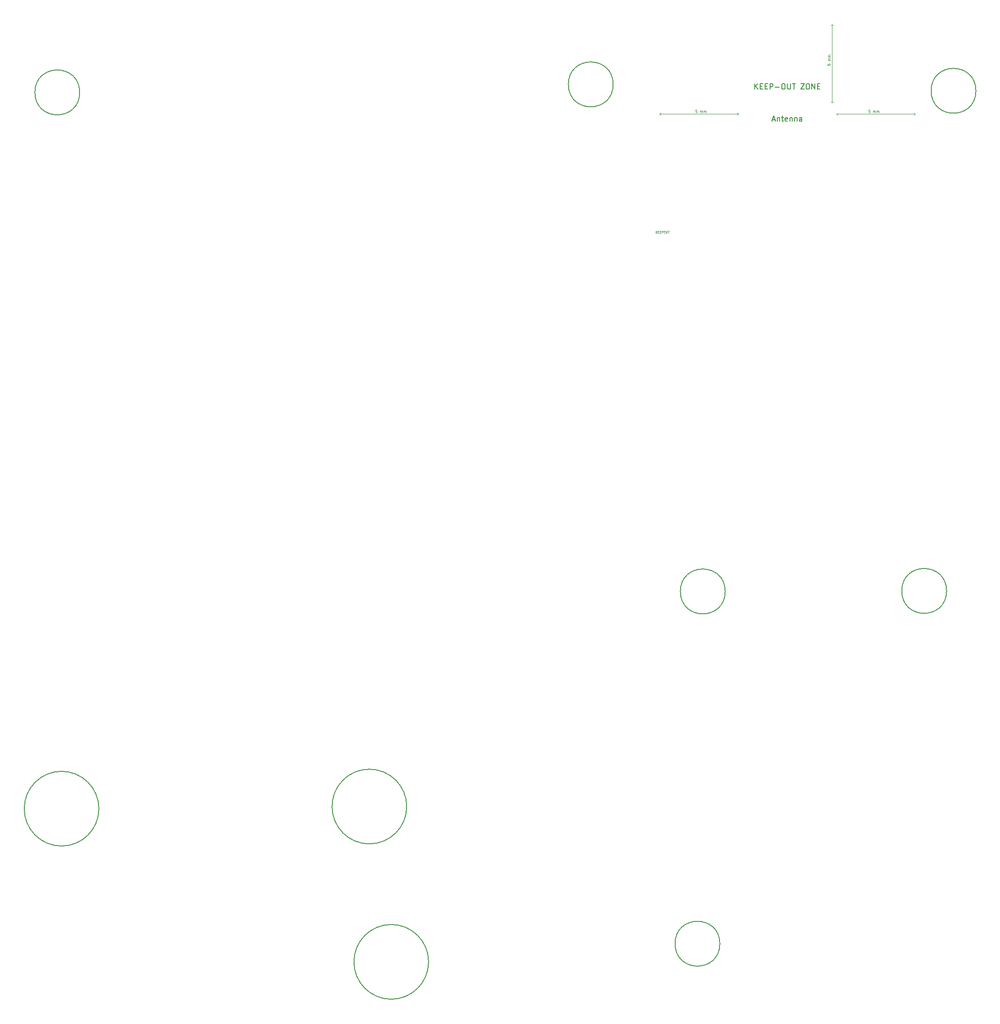
<source format=gbr>
G04 #@! TF.GenerationSoftware,KiCad,Pcbnew,8.0.3*
G04 #@! TF.CreationDate,2024-08-06T18:59:45+01:00*
G04 #@! TF.ProjectId,Tesla Small Drive,5465736c-6120-4536-9d61-6c6c20447269,rev?*
G04 #@! TF.SameCoordinates,Original*
G04 #@! TF.FileFunction,Other,Comment*
%FSLAX46Y46*%
G04 Gerber Fmt 4.6, Leading zero omitted, Abs format (unit mm)*
G04 Created by KiCad (PCBNEW 8.0.3) date 2024-08-06 18:59:45*
%MOMM*%
%LPD*%
G01*
G04 APERTURE LIST*
%ADD10C,0.070000*%
%ADD11C,0.100000*%
%ADD12C,0.150000*%
G04 APERTURE END LIST*
D10*
X164161904Y-57146407D02*
X164161904Y-56746407D01*
X164390475Y-57146407D02*
X164219046Y-56917836D01*
X164390475Y-56746407D02*
X164161904Y-56974979D01*
X164561904Y-56936883D02*
X164695237Y-56936883D01*
X164752380Y-57146407D02*
X164561904Y-57146407D01*
X164561904Y-57146407D02*
X164561904Y-56746407D01*
X164561904Y-56746407D02*
X164752380Y-56746407D01*
X164923809Y-56936883D02*
X165057142Y-56936883D01*
X165114285Y-57146407D02*
X164923809Y-57146407D01*
X164923809Y-57146407D02*
X164923809Y-56746407D01*
X164923809Y-56746407D02*
X165114285Y-56746407D01*
X165285714Y-57146407D02*
X165285714Y-56746407D01*
X165285714Y-56746407D02*
X165438095Y-56746407D01*
X165438095Y-56746407D02*
X165476190Y-56765455D01*
X165476190Y-56765455D02*
X165495237Y-56784502D01*
X165495237Y-56784502D02*
X165514285Y-56822598D01*
X165514285Y-56822598D02*
X165514285Y-56879740D01*
X165514285Y-56879740D02*
X165495237Y-56917836D01*
X165495237Y-56917836D02*
X165476190Y-56936883D01*
X165476190Y-56936883D02*
X165438095Y-56955931D01*
X165438095Y-56955931D02*
X165285714Y-56955931D01*
X165761904Y-56746407D02*
X165838095Y-56746407D01*
X165838095Y-56746407D02*
X165876190Y-56765455D01*
X165876190Y-56765455D02*
X165914285Y-56803550D01*
X165914285Y-56803550D02*
X165933333Y-56879740D01*
X165933333Y-56879740D02*
X165933333Y-57013074D01*
X165933333Y-57013074D02*
X165914285Y-57089264D01*
X165914285Y-57089264D02*
X165876190Y-57127360D01*
X165876190Y-57127360D02*
X165838095Y-57146407D01*
X165838095Y-57146407D02*
X165761904Y-57146407D01*
X165761904Y-57146407D02*
X165723809Y-57127360D01*
X165723809Y-57127360D02*
X165685714Y-57089264D01*
X165685714Y-57089264D02*
X165666666Y-57013074D01*
X165666666Y-57013074D02*
X165666666Y-56879740D01*
X165666666Y-56879740D02*
X165685714Y-56803550D01*
X165685714Y-56803550D02*
X165723809Y-56765455D01*
X165723809Y-56765455D02*
X165761904Y-56746407D01*
X166104762Y-56746407D02*
X166104762Y-57070217D01*
X166104762Y-57070217D02*
X166123809Y-57108312D01*
X166123809Y-57108312D02*
X166142857Y-57127360D01*
X166142857Y-57127360D02*
X166180952Y-57146407D01*
X166180952Y-57146407D02*
X166257143Y-57146407D01*
X166257143Y-57146407D02*
X166295238Y-57127360D01*
X166295238Y-57127360D02*
X166314285Y-57108312D01*
X166314285Y-57108312D02*
X166333333Y-57070217D01*
X166333333Y-57070217D02*
X166333333Y-56746407D01*
X166466667Y-56746407D02*
X166695238Y-56746407D01*
X166580952Y-57146407D02*
X166580952Y-56746407D01*
D11*
X171911904Y-34091109D02*
X171673809Y-34091109D01*
X171673809Y-34091109D02*
X171650000Y-34329204D01*
X171650000Y-34329204D02*
X171673809Y-34305395D01*
X171673809Y-34305395D02*
X171721428Y-34281585D01*
X171721428Y-34281585D02*
X171840476Y-34281585D01*
X171840476Y-34281585D02*
X171888095Y-34305395D01*
X171888095Y-34305395D02*
X171911904Y-34329204D01*
X171911904Y-34329204D02*
X171935714Y-34376823D01*
X171935714Y-34376823D02*
X171935714Y-34495871D01*
X171935714Y-34495871D02*
X171911904Y-34543490D01*
X171911904Y-34543490D02*
X171888095Y-34567300D01*
X171888095Y-34567300D02*
X171840476Y-34591109D01*
X171840476Y-34591109D02*
X171721428Y-34591109D01*
X171721428Y-34591109D02*
X171673809Y-34567300D01*
X171673809Y-34567300D02*
X171650000Y-34543490D01*
X172530951Y-34591109D02*
X172530951Y-34257776D01*
X172530951Y-34305395D02*
X172554761Y-34281585D01*
X172554761Y-34281585D02*
X172602380Y-34257776D01*
X172602380Y-34257776D02*
X172673808Y-34257776D01*
X172673808Y-34257776D02*
X172721427Y-34281585D01*
X172721427Y-34281585D02*
X172745237Y-34329204D01*
X172745237Y-34329204D02*
X172745237Y-34591109D01*
X172745237Y-34329204D02*
X172769046Y-34281585D01*
X172769046Y-34281585D02*
X172816665Y-34257776D01*
X172816665Y-34257776D02*
X172888094Y-34257776D01*
X172888094Y-34257776D02*
X172935713Y-34281585D01*
X172935713Y-34281585D02*
X172959523Y-34329204D01*
X172959523Y-34329204D02*
X172959523Y-34591109D01*
X173197618Y-34591109D02*
X173197618Y-34257776D01*
X173197618Y-34305395D02*
X173221428Y-34281585D01*
X173221428Y-34281585D02*
X173269047Y-34257776D01*
X173269047Y-34257776D02*
X173340475Y-34257776D01*
X173340475Y-34257776D02*
X173388094Y-34281585D01*
X173388094Y-34281585D02*
X173411904Y-34329204D01*
X173411904Y-34329204D02*
X173411904Y-34591109D01*
X173411904Y-34329204D02*
X173435713Y-34281585D01*
X173435713Y-34281585D02*
X173483332Y-34257776D01*
X173483332Y-34257776D02*
X173554761Y-34257776D01*
X173554761Y-34257776D02*
X173602380Y-34281585D01*
X173602380Y-34281585D02*
X173626190Y-34329204D01*
X173626190Y-34329204D02*
X173626190Y-34591109D01*
X196376109Y-25478095D02*
X196376109Y-25716190D01*
X196376109Y-25716190D02*
X196614204Y-25739999D01*
X196614204Y-25739999D02*
X196590395Y-25716190D01*
X196590395Y-25716190D02*
X196566585Y-25668571D01*
X196566585Y-25668571D02*
X196566585Y-25549523D01*
X196566585Y-25549523D02*
X196590395Y-25501904D01*
X196590395Y-25501904D02*
X196614204Y-25478095D01*
X196614204Y-25478095D02*
X196661823Y-25454285D01*
X196661823Y-25454285D02*
X196780871Y-25454285D01*
X196780871Y-25454285D02*
X196828490Y-25478095D01*
X196828490Y-25478095D02*
X196852300Y-25501904D01*
X196852300Y-25501904D02*
X196876109Y-25549523D01*
X196876109Y-25549523D02*
X196876109Y-25668571D01*
X196876109Y-25668571D02*
X196852300Y-25716190D01*
X196852300Y-25716190D02*
X196828490Y-25739999D01*
X196876109Y-24859048D02*
X196542776Y-24859048D01*
X196590395Y-24859048D02*
X196566585Y-24835238D01*
X196566585Y-24835238D02*
X196542776Y-24787619D01*
X196542776Y-24787619D02*
X196542776Y-24716191D01*
X196542776Y-24716191D02*
X196566585Y-24668572D01*
X196566585Y-24668572D02*
X196614204Y-24644762D01*
X196614204Y-24644762D02*
X196876109Y-24644762D01*
X196614204Y-24644762D02*
X196566585Y-24620953D01*
X196566585Y-24620953D02*
X196542776Y-24573334D01*
X196542776Y-24573334D02*
X196542776Y-24501905D01*
X196542776Y-24501905D02*
X196566585Y-24454286D01*
X196566585Y-24454286D02*
X196614204Y-24430476D01*
X196614204Y-24430476D02*
X196876109Y-24430476D01*
X196876109Y-24192381D02*
X196542776Y-24192381D01*
X196590395Y-24192381D02*
X196566585Y-24168571D01*
X196566585Y-24168571D02*
X196542776Y-24120952D01*
X196542776Y-24120952D02*
X196542776Y-24049524D01*
X196542776Y-24049524D02*
X196566585Y-24001905D01*
X196566585Y-24001905D02*
X196614204Y-23978095D01*
X196614204Y-23978095D02*
X196876109Y-23978095D01*
X196614204Y-23978095D02*
X196566585Y-23954286D01*
X196566585Y-23954286D02*
X196542776Y-23906667D01*
X196542776Y-23906667D02*
X196542776Y-23835238D01*
X196542776Y-23835238D02*
X196566585Y-23787619D01*
X196566585Y-23787619D02*
X196614204Y-23763809D01*
X196614204Y-23763809D02*
X196876109Y-23763809D01*
D12*
X186088095Y-35909104D02*
X186564285Y-35909104D01*
X185992857Y-36194819D02*
X186326190Y-35194819D01*
X186326190Y-35194819D02*
X186659523Y-36194819D01*
X186992857Y-35528152D02*
X186992857Y-36194819D01*
X186992857Y-35623390D02*
X187040476Y-35575771D01*
X187040476Y-35575771D02*
X187135714Y-35528152D01*
X187135714Y-35528152D02*
X187278571Y-35528152D01*
X187278571Y-35528152D02*
X187373809Y-35575771D01*
X187373809Y-35575771D02*
X187421428Y-35671009D01*
X187421428Y-35671009D02*
X187421428Y-36194819D01*
X187754762Y-35528152D02*
X188135714Y-35528152D01*
X187897619Y-35194819D02*
X187897619Y-36051961D01*
X187897619Y-36051961D02*
X187945238Y-36147200D01*
X187945238Y-36147200D02*
X188040476Y-36194819D01*
X188040476Y-36194819D02*
X188135714Y-36194819D01*
X188850000Y-36147200D02*
X188754762Y-36194819D01*
X188754762Y-36194819D02*
X188564286Y-36194819D01*
X188564286Y-36194819D02*
X188469048Y-36147200D01*
X188469048Y-36147200D02*
X188421429Y-36051961D01*
X188421429Y-36051961D02*
X188421429Y-35671009D01*
X188421429Y-35671009D02*
X188469048Y-35575771D01*
X188469048Y-35575771D02*
X188564286Y-35528152D01*
X188564286Y-35528152D02*
X188754762Y-35528152D01*
X188754762Y-35528152D02*
X188850000Y-35575771D01*
X188850000Y-35575771D02*
X188897619Y-35671009D01*
X188897619Y-35671009D02*
X188897619Y-35766247D01*
X188897619Y-35766247D02*
X188421429Y-35861485D01*
X189326191Y-35528152D02*
X189326191Y-36194819D01*
X189326191Y-35623390D02*
X189373810Y-35575771D01*
X189373810Y-35575771D02*
X189469048Y-35528152D01*
X189469048Y-35528152D02*
X189611905Y-35528152D01*
X189611905Y-35528152D02*
X189707143Y-35575771D01*
X189707143Y-35575771D02*
X189754762Y-35671009D01*
X189754762Y-35671009D02*
X189754762Y-36194819D01*
X190230953Y-35528152D02*
X190230953Y-36194819D01*
X190230953Y-35623390D02*
X190278572Y-35575771D01*
X190278572Y-35575771D02*
X190373810Y-35528152D01*
X190373810Y-35528152D02*
X190516667Y-35528152D01*
X190516667Y-35528152D02*
X190611905Y-35575771D01*
X190611905Y-35575771D02*
X190659524Y-35671009D01*
X190659524Y-35671009D02*
X190659524Y-36194819D01*
X191564286Y-36194819D02*
X191564286Y-35671009D01*
X191564286Y-35671009D02*
X191516667Y-35575771D01*
X191516667Y-35575771D02*
X191421429Y-35528152D01*
X191421429Y-35528152D02*
X191230953Y-35528152D01*
X191230953Y-35528152D02*
X191135715Y-35575771D01*
X191564286Y-36147200D02*
X191469048Y-36194819D01*
X191469048Y-36194819D02*
X191230953Y-36194819D01*
X191230953Y-36194819D02*
X191135715Y-36147200D01*
X191135715Y-36147200D02*
X191088096Y-36051961D01*
X191088096Y-36051961D02*
X191088096Y-35956723D01*
X191088096Y-35956723D02*
X191135715Y-35861485D01*
X191135715Y-35861485D02*
X191230953Y-35813866D01*
X191230953Y-35813866D02*
X191469048Y-35813866D01*
X191469048Y-35813866D02*
X191564286Y-35766247D01*
X182778571Y-30194819D02*
X182778571Y-29194819D01*
X183349999Y-30194819D02*
X182921428Y-29623390D01*
X183349999Y-29194819D02*
X182778571Y-29766247D01*
X183778571Y-29671009D02*
X184111904Y-29671009D01*
X184254761Y-30194819D02*
X183778571Y-30194819D01*
X183778571Y-30194819D02*
X183778571Y-29194819D01*
X183778571Y-29194819D02*
X184254761Y-29194819D01*
X184683333Y-29671009D02*
X185016666Y-29671009D01*
X185159523Y-30194819D02*
X184683333Y-30194819D01*
X184683333Y-30194819D02*
X184683333Y-29194819D01*
X184683333Y-29194819D02*
X185159523Y-29194819D01*
X185588095Y-30194819D02*
X185588095Y-29194819D01*
X185588095Y-29194819D02*
X185969047Y-29194819D01*
X185969047Y-29194819D02*
X186064285Y-29242438D01*
X186064285Y-29242438D02*
X186111904Y-29290057D01*
X186111904Y-29290057D02*
X186159523Y-29385295D01*
X186159523Y-29385295D02*
X186159523Y-29528152D01*
X186159523Y-29528152D02*
X186111904Y-29623390D01*
X186111904Y-29623390D02*
X186064285Y-29671009D01*
X186064285Y-29671009D02*
X185969047Y-29718628D01*
X185969047Y-29718628D02*
X185588095Y-29718628D01*
X186588095Y-29813866D02*
X187350000Y-29813866D01*
X188016666Y-29194819D02*
X188207142Y-29194819D01*
X188207142Y-29194819D02*
X188302380Y-29242438D01*
X188302380Y-29242438D02*
X188397618Y-29337676D01*
X188397618Y-29337676D02*
X188445237Y-29528152D01*
X188445237Y-29528152D02*
X188445237Y-29861485D01*
X188445237Y-29861485D02*
X188397618Y-30051961D01*
X188397618Y-30051961D02*
X188302380Y-30147200D01*
X188302380Y-30147200D02*
X188207142Y-30194819D01*
X188207142Y-30194819D02*
X188016666Y-30194819D01*
X188016666Y-30194819D02*
X187921428Y-30147200D01*
X187921428Y-30147200D02*
X187826190Y-30051961D01*
X187826190Y-30051961D02*
X187778571Y-29861485D01*
X187778571Y-29861485D02*
X187778571Y-29528152D01*
X187778571Y-29528152D02*
X187826190Y-29337676D01*
X187826190Y-29337676D02*
X187921428Y-29242438D01*
X187921428Y-29242438D02*
X188016666Y-29194819D01*
X188873809Y-29194819D02*
X188873809Y-30004342D01*
X188873809Y-30004342D02*
X188921428Y-30099580D01*
X188921428Y-30099580D02*
X188969047Y-30147200D01*
X188969047Y-30147200D02*
X189064285Y-30194819D01*
X189064285Y-30194819D02*
X189254761Y-30194819D01*
X189254761Y-30194819D02*
X189349999Y-30147200D01*
X189349999Y-30147200D02*
X189397618Y-30099580D01*
X189397618Y-30099580D02*
X189445237Y-30004342D01*
X189445237Y-30004342D02*
X189445237Y-29194819D01*
X189778571Y-29194819D02*
X190349999Y-29194819D01*
X190064285Y-30194819D02*
X190064285Y-29194819D01*
X191350000Y-29194819D02*
X192016666Y-29194819D01*
X192016666Y-29194819D02*
X191350000Y-30194819D01*
X191350000Y-30194819D02*
X192016666Y-30194819D01*
X192588095Y-29194819D02*
X192778571Y-29194819D01*
X192778571Y-29194819D02*
X192873809Y-29242438D01*
X192873809Y-29242438D02*
X192969047Y-29337676D01*
X192969047Y-29337676D02*
X193016666Y-29528152D01*
X193016666Y-29528152D02*
X193016666Y-29861485D01*
X193016666Y-29861485D02*
X192969047Y-30051961D01*
X192969047Y-30051961D02*
X192873809Y-30147200D01*
X192873809Y-30147200D02*
X192778571Y-30194819D01*
X192778571Y-30194819D02*
X192588095Y-30194819D01*
X192588095Y-30194819D02*
X192492857Y-30147200D01*
X192492857Y-30147200D02*
X192397619Y-30051961D01*
X192397619Y-30051961D02*
X192350000Y-29861485D01*
X192350000Y-29861485D02*
X192350000Y-29528152D01*
X192350000Y-29528152D02*
X192397619Y-29337676D01*
X192397619Y-29337676D02*
X192492857Y-29242438D01*
X192492857Y-29242438D02*
X192588095Y-29194819D01*
X193445238Y-30194819D02*
X193445238Y-29194819D01*
X193445238Y-29194819D02*
X194016666Y-30194819D01*
X194016666Y-30194819D02*
X194016666Y-29194819D01*
X194492857Y-29671009D02*
X194826190Y-29671009D01*
X194969047Y-30194819D02*
X194492857Y-30194819D01*
X194492857Y-30194819D02*
X194492857Y-29194819D01*
X194492857Y-29194819D02*
X194969047Y-29194819D01*
D11*
X204311904Y-34091109D02*
X204073809Y-34091109D01*
X204073809Y-34091109D02*
X204050000Y-34329204D01*
X204050000Y-34329204D02*
X204073809Y-34305395D01*
X204073809Y-34305395D02*
X204121428Y-34281585D01*
X204121428Y-34281585D02*
X204240476Y-34281585D01*
X204240476Y-34281585D02*
X204288095Y-34305395D01*
X204288095Y-34305395D02*
X204311904Y-34329204D01*
X204311904Y-34329204D02*
X204335714Y-34376823D01*
X204335714Y-34376823D02*
X204335714Y-34495871D01*
X204335714Y-34495871D02*
X204311904Y-34543490D01*
X204311904Y-34543490D02*
X204288095Y-34567300D01*
X204288095Y-34567300D02*
X204240476Y-34591109D01*
X204240476Y-34591109D02*
X204121428Y-34591109D01*
X204121428Y-34591109D02*
X204073809Y-34567300D01*
X204073809Y-34567300D02*
X204050000Y-34543490D01*
X204930951Y-34591109D02*
X204930951Y-34257776D01*
X204930951Y-34305395D02*
X204954761Y-34281585D01*
X204954761Y-34281585D02*
X205002380Y-34257776D01*
X205002380Y-34257776D02*
X205073808Y-34257776D01*
X205073808Y-34257776D02*
X205121427Y-34281585D01*
X205121427Y-34281585D02*
X205145237Y-34329204D01*
X205145237Y-34329204D02*
X205145237Y-34591109D01*
X205145237Y-34329204D02*
X205169046Y-34281585D01*
X205169046Y-34281585D02*
X205216665Y-34257776D01*
X205216665Y-34257776D02*
X205288094Y-34257776D01*
X205288094Y-34257776D02*
X205335713Y-34281585D01*
X205335713Y-34281585D02*
X205359523Y-34329204D01*
X205359523Y-34329204D02*
X205359523Y-34591109D01*
X205597618Y-34591109D02*
X205597618Y-34257776D01*
X205597618Y-34305395D02*
X205621428Y-34281585D01*
X205621428Y-34281585D02*
X205669047Y-34257776D01*
X205669047Y-34257776D02*
X205740475Y-34257776D01*
X205740475Y-34257776D02*
X205788094Y-34281585D01*
X205788094Y-34281585D02*
X205811904Y-34329204D01*
X205811904Y-34329204D02*
X205811904Y-34591109D01*
X205811904Y-34329204D02*
X205835713Y-34281585D01*
X205835713Y-34281585D02*
X205883332Y-34257776D01*
X205883332Y-34257776D02*
X205954761Y-34257776D01*
X205954761Y-34257776D02*
X206002380Y-34281585D01*
X206002380Y-34281585D02*
X206026190Y-34329204D01*
X206026190Y-34329204D02*
X206026190Y-34591109D01*
D12*
G04 #@! TO.C,H1*
X59800000Y-165000000D02*
G75*
G02*
X45800000Y-165000000I-7000000J0D01*
G01*
X45800000Y-165000000D02*
G75*
G02*
X59800000Y-165000000I7000000J0D01*
G01*
G04 #@! TO.C,H3*
X121600000Y-193700000D02*
G75*
G02*
X107600000Y-193700000I-7000000J0D01*
G01*
X107600000Y-193700000D02*
G75*
G02*
X121600000Y-193700000I7000000J0D01*
G01*
G04 #@! TO.C,H8*
X218700000Y-124200000D02*
G75*
G02*
X210300000Y-124200000I-4200000J0D01*
G01*
X210300000Y-124200000D02*
G75*
G02*
X218700000Y-124200000I4200000J0D01*
G01*
G04 #@! TO.C,H2*
X117500000Y-164600000D02*
G75*
G02*
X103500000Y-164600000I-7000000J0D01*
G01*
X103500000Y-164600000D02*
G75*
G02*
X117500000Y-164600000I7000000J0D01*
G01*
G04 #@! TO.C,H4*
X56200000Y-30800000D02*
G75*
G02*
X47800000Y-30800000I-4200000J0D01*
G01*
X47800000Y-30800000D02*
G75*
G02*
X56200000Y-30800000I4200000J0D01*
G01*
D11*
G04 #@! TO.C,U4*
X164910000Y-34865000D02*
X165110000Y-34665000D01*
X164910000Y-34865000D02*
X165110000Y-35065000D01*
X164910000Y-34865000D02*
X179650000Y-34865000D01*
X179650000Y-34865000D02*
X179450000Y-34665000D01*
X179650000Y-34865000D02*
X179450000Y-35065000D01*
X197250000Y-18060000D02*
X197050000Y-18260000D01*
X197250000Y-18060000D02*
X197450000Y-18260000D01*
X197250000Y-32740000D02*
X197050000Y-32540000D01*
X197250000Y-32740000D02*
X197250000Y-18060000D01*
X197250000Y-32740000D02*
X197450000Y-32540000D01*
X198050000Y-34865000D02*
X198250000Y-34665000D01*
X198050000Y-34865000D02*
X198250000Y-35065000D01*
X198050000Y-34865000D02*
X212790000Y-34865000D01*
X212790000Y-34865000D02*
X212590000Y-34665000D01*
X212790000Y-34865000D02*
X212590000Y-35065000D01*
D12*
G04 #@! TO.C,H9*
X177200000Y-124300000D02*
G75*
G02*
X168800000Y-124300000I-4200000J0D01*
G01*
X168800000Y-124300000D02*
G75*
G02*
X177200000Y-124300000I4200000J0D01*
G01*
G04 #@! TO.C,H5*
X156200000Y-29300000D02*
G75*
G02*
X147800000Y-29300000I-4200000J0D01*
G01*
X147800000Y-29300000D02*
G75*
G02*
X156200000Y-29300000I4200000J0D01*
G01*
G04 #@! TO.C,H6*
X176200000Y-190300000D02*
G75*
G02*
X167800000Y-190300000I-4200000J0D01*
G01*
X167800000Y-190300000D02*
G75*
G02*
X176200000Y-190300000I4200000J0D01*
G01*
G04 #@! TO.C,H7*
X224200000Y-30500000D02*
G75*
G02*
X215800000Y-30500000I-4200000J0D01*
G01*
X215800000Y-30500000D02*
G75*
G02*
X224200000Y-30500000I4200000J0D01*
G01*
G04 #@! TD*
M02*

</source>
